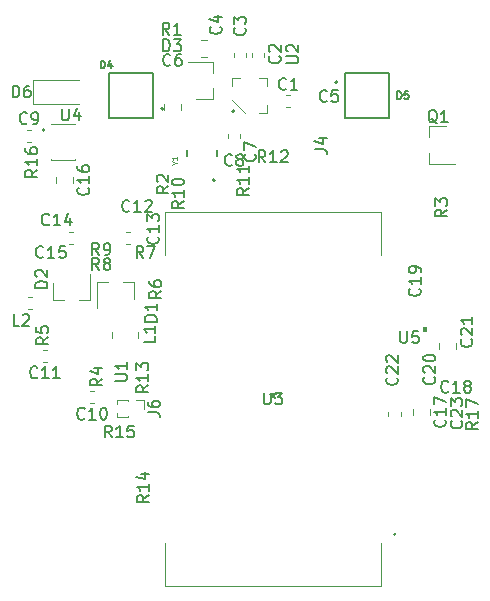
<source format=gto>
G04 #@! TF.GenerationSoftware,KiCad,Pcbnew,(5.1.5)-3*
G04 #@! TF.CreationDate,2021-09-26T22:58:58-04:00*
G04 #@! TF.ProjectId,EPC611 LIDAR,45504336-3131-4204-9c49-4441522e6b69,rev?*
G04 #@! TF.SameCoordinates,Original*
G04 #@! TF.FileFunction,Legend,Top*
G04 #@! TF.FilePolarity,Positive*
%FSLAX46Y46*%
G04 Gerber Fmt 4.6, Leading zero omitted, Abs format (unit mm)*
G04 Created by KiCad (PCBNEW (5.1.5)-3) date 2021-09-26 22:58:58*
%MOMM*%
%LPD*%
G04 APERTURE LIST*
%ADD10C,0.120000*%
%ADD11C,0.100000*%
%ADD12C,0.127000*%
%ADD13C,0.200000*%
%ADD14C,0.150000*%
%ADD15C,0.120132*%
G04 APERTURE END LIST*
D10*
X91385000Y-105905000D02*
X91385000Y-106600000D01*
X90700000Y-105905000D02*
X91385000Y-105905000D01*
X90015000Y-107208276D02*
X90015000Y-107295000D01*
X90015000Y-105905000D02*
X90015000Y-105991724D01*
X90015000Y-107295000D02*
X89140000Y-107295000D01*
X90015000Y-105905000D02*
X89140000Y-105905000D01*
X89140000Y-106994493D02*
X89140000Y-107295000D01*
X89140000Y-105905000D02*
X89140000Y-106205507D01*
D11*
G36*
X115234300Y-99659311D02*
G01*
X115234300Y-100040311D01*
X114980300Y-100040311D01*
X114980300Y-99659311D01*
X115234300Y-99659311D01*
G37*
X115234300Y-99659311D02*
X115234300Y-100040311D01*
X114980300Y-100040311D01*
X114980300Y-99659311D01*
X115234300Y-99659311D01*
D10*
X111431300Y-89975800D02*
X93168700Y-89975800D01*
X93168700Y-89975800D02*
X93168700Y-93619761D01*
X93168700Y-121624200D02*
X111431300Y-121624200D01*
X111431300Y-121624200D02*
X111431300Y-117980239D01*
X111431300Y-93619761D02*
X111431300Y-89975800D01*
X93168700Y-117980239D02*
X93168700Y-121624200D01*
X112722399Y-117230000D02*
G75*
G03X112722399Y-117230000I-101600J0D01*
G01*
X113110000Y-107262779D02*
X113110000Y-106937221D01*
X112090000Y-107262779D02*
X112090000Y-106937221D01*
X115610000Y-107158578D02*
X115610000Y-106641422D01*
X114190000Y-107158578D02*
X114190000Y-106641422D01*
X82000000Y-78800000D02*
X85850000Y-78800000D01*
X82000000Y-80800000D02*
X85850000Y-80800000D01*
X82000000Y-78800000D02*
X82000000Y-80800000D01*
D12*
X95050000Y-85250000D02*
X95050000Y-84750000D01*
X97550000Y-85250000D02*
X97550000Y-84750000D01*
D13*
X97394000Y-87275000D02*
G75*
G03X97394000Y-87275000I-100000J0D01*
G01*
D10*
X83475000Y-82500001D02*
X83475000Y-82475000D01*
X83475000Y-85525002D02*
X83475000Y-85500001D01*
X83475000Y-85525002D02*
X85575000Y-85525002D01*
X85575000Y-82500001D02*
X85575000Y-82475000D01*
X85575000Y-85525002D02*
X85575000Y-85500001D01*
X83475000Y-82475000D02*
X85575000Y-82475000D01*
X83000002Y-83000000D02*
G75*
G03X83000002Y-83000000I-125001J0D01*
G01*
D13*
X99050000Y-81450000D02*
G75*
G03X99050000Y-81450000I-100000J0D01*
G01*
D10*
X98830000Y-80450000D02*
X99950000Y-81570000D01*
X101770000Y-81570000D02*
X101095000Y-81570000D01*
X101770000Y-80895000D02*
X101770000Y-81570000D01*
X98830000Y-78630000D02*
X99505000Y-78630000D01*
X98830000Y-79305000D02*
X98830000Y-78630000D01*
X101770000Y-78630000D02*
X101095000Y-78630000D01*
X101770000Y-79305000D02*
X101770000Y-78630000D01*
X98830000Y-78630000D02*
X99505000Y-78630000D01*
X98830000Y-79305000D02*
X98830000Y-78630000D01*
X98830000Y-78630000D02*
X99505000Y-78630000D01*
X98830000Y-79305000D02*
X98830000Y-78630000D01*
X94510000Y-81358578D02*
X94510000Y-80841422D01*
X93090000Y-81358578D02*
X93090000Y-80841422D01*
X115540000Y-82720000D02*
X117000000Y-82720000D01*
X115540000Y-85880000D02*
X117700000Y-85880000D01*
X115540000Y-85880000D02*
X115540000Y-84950000D01*
X115540000Y-82720000D02*
X115540000Y-83650000D01*
X81912779Y-97140000D02*
X81587221Y-97140000D01*
X81912779Y-98160000D02*
X81587221Y-98160000D01*
X90860000Y-100661252D02*
X90860000Y-100138748D01*
X88640000Y-100661252D02*
X88640000Y-100138748D01*
D13*
X107763080Y-78968440D02*
G75*
G03X107763080Y-78968440I-100000J0D01*
G01*
D12*
X108425000Y-78225000D02*
X108425000Y-81975000D01*
X108425000Y-81975000D02*
X112175000Y-81975000D01*
X112175000Y-81975000D02*
X112175000Y-78225000D01*
X112175000Y-78225000D02*
X108425000Y-78225000D01*
D13*
X93036920Y-81231560D02*
G75*
G03X93036920Y-81231560I-100000J0D01*
G01*
D12*
X92175000Y-81975000D02*
X92175000Y-78225000D01*
X92175000Y-78225000D02*
X88425000Y-78225000D01*
X88425000Y-78225000D02*
X88425000Y-81975000D01*
X88425000Y-81975000D02*
X92175000Y-81975000D01*
D10*
X97260000Y-80430000D02*
X95800000Y-80430000D01*
X97260000Y-77270000D02*
X95100000Y-77270000D01*
X97260000Y-77270000D02*
X97260000Y-78200000D01*
X97260000Y-80430000D02*
X97260000Y-79500000D01*
X83670000Y-97410000D02*
X83670000Y-95950000D01*
X86830000Y-97410000D02*
X86830000Y-95250000D01*
X86830000Y-97410000D02*
X85900000Y-97410000D01*
X83670000Y-97410000D02*
X84600000Y-97410000D01*
X90580000Y-95890000D02*
X90580000Y-97350000D01*
X87420000Y-95890000D02*
X87420000Y-98050000D01*
X87420000Y-95890000D02*
X88350000Y-95890000D01*
X90580000Y-95890000D02*
X89650000Y-95890000D01*
X116390000Y-101041422D02*
X116390000Y-101558578D01*
X117810000Y-101041422D02*
X117810000Y-101558578D01*
X83940000Y-86991422D02*
X83940000Y-87508578D01*
X85360000Y-86991422D02*
X85360000Y-87508578D01*
X85375279Y-91640000D02*
X85049721Y-91640000D01*
X85375279Y-92660000D02*
X85049721Y-92660000D01*
X89837221Y-92660000D02*
X90162779Y-92660000D01*
X89837221Y-91640000D02*
X90162779Y-91640000D01*
X83162779Y-101640000D02*
X82837221Y-101640000D01*
X83162779Y-102660000D02*
X82837221Y-102660000D01*
X87162779Y-105140000D02*
X86837221Y-105140000D01*
X87162779Y-106160000D02*
X86837221Y-106160000D01*
X81487221Y-84010000D02*
X81812779Y-84010000D01*
X81487221Y-82990000D02*
X81812779Y-82990000D01*
X99510000Y-83662779D02*
X99510000Y-83337221D01*
X98490000Y-83662779D02*
X98490000Y-83337221D01*
X96758578Y-75390000D02*
X96241422Y-75390000D01*
X96758578Y-76810000D02*
X96241422Y-76810000D01*
X100060000Y-76862779D02*
X100060000Y-76537221D01*
X99040000Y-76862779D02*
X99040000Y-76537221D01*
X101560000Y-76862779D02*
X101560000Y-76537221D01*
X100540000Y-76862779D02*
X100540000Y-76537221D01*
X103437221Y-81110000D02*
X103762779Y-81110000D01*
X103437221Y-80090000D02*
X103762779Y-80090000D01*
D14*
X91712380Y-106933333D02*
X92426666Y-106933333D01*
X92569523Y-106980952D01*
X92664761Y-107076190D01*
X92712380Y-107219047D01*
X92712380Y-107314285D01*
X91712380Y-106028571D02*
X91712380Y-106219047D01*
X91760000Y-106314285D01*
X91807619Y-106361904D01*
X91950476Y-106457142D01*
X92140952Y-106504761D01*
X92521904Y-106504761D01*
X92617142Y-106457142D01*
X92664761Y-106409523D01*
X92712380Y-106314285D01*
X92712380Y-106123809D01*
X92664761Y-106028571D01*
X92617142Y-105980952D01*
X92521904Y-105933333D01*
X92283809Y-105933333D01*
X92188571Y-105980952D01*
X92140952Y-106028571D01*
X92093333Y-106123809D01*
X92093333Y-106314285D01*
X92140952Y-106409523D01*
X92188571Y-106457142D01*
X92283809Y-106504761D01*
X113088095Y-100052380D02*
X113088095Y-100861904D01*
X113135714Y-100957142D01*
X113183333Y-101004761D01*
X113278571Y-101052380D01*
X113469047Y-101052380D01*
X113564285Y-101004761D01*
X113611904Y-100957142D01*
X113659523Y-100861904D01*
X113659523Y-100052380D01*
X114611904Y-100052380D02*
X114135714Y-100052380D01*
X114088095Y-100528571D01*
X114135714Y-100480952D01*
X114230952Y-100433333D01*
X114469047Y-100433333D01*
X114564285Y-100480952D01*
X114611904Y-100528571D01*
X114659523Y-100623809D01*
X114659523Y-100861904D01*
X114611904Y-100957142D01*
X114564285Y-101004761D01*
X114469047Y-101052380D01*
X114230952Y-101052380D01*
X114135714Y-101004761D01*
X114088095Y-100957142D01*
X101538095Y-105252380D02*
X101538095Y-106061904D01*
X101585714Y-106157142D01*
X101633333Y-106204761D01*
X101728571Y-106252380D01*
X101919047Y-106252380D01*
X102014285Y-106204761D01*
X102061904Y-106157142D01*
X102109523Y-106061904D01*
X102109523Y-105252380D01*
X102490476Y-105252380D02*
X103109523Y-105252380D01*
X102776190Y-105633333D01*
X102919047Y-105633333D01*
X103014285Y-105680952D01*
X103061904Y-105728571D01*
X103109523Y-105823809D01*
X103109523Y-106061904D01*
X103061904Y-106157142D01*
X103014285Y-106204761D01*
X102919047Y-106252380D01*
X102633333Y-106252380D01*
X102538095Y-106204761D01*
X102490476Y-106157142D01*
X102300000Y-105252380D02*
X102300000Y-105490476D01*
X102061904Y-105395238D02*
X102300000Y-105490476D01*
X102538095Y-105395238D01*
X102157142Y-105680952D02*
X102300000Y-105490476D01*
X102442857Y-105680952D01*
X119652380Y-107742857D02*
X119176190Y-108076190D01*
X119652380Y-108314285D02*
X118652380Y-108314285D01*
X118652380Y-107933333D01*
X118700000Y-107838095D01*
X118747619Y-107790476D01*
X118842857Y-107742857D01*
X118985714Y-107742857D01*
X119080952Y-107790476D01*
X119128571Y-107838095D01*
X119176190Y-107933333D01*
X119176190Y-108314285D01*
X119652380Y-106790476D02*
X119652380Y-107361904D01*
X119652380Y-107076190D02*
X118652380Y-107076190D01*
X118795238Y-107171428D01*
X118890476Y-107266666D01*
X118938095Y-107361904D01*
X118652380Y-106457142D02*
X118652380Y-105790476D01*
X119652380Y-106219047D01*
X91782380Y-113942857D02*
X91306190Y-114276190D01*
X91782380Y-114514285D02*
X90782380Y-114514285D01*
X90782380Y-114133333D01*
X90830000Y-114038095D01*
X90877619Y-113990476D01*
X90972857Y-113942857D01*
X91115714Y-113942857D01*
X91210952Y-113990476D01*
X91258571Y-114038095D01*
X91306190Y-114133333D01*
X91306190Y-114514285D01*
X91782380Y-112990476D02*
X91782380Y-113561904D01*
X91782380Y-113276190D02*
X90782380Y-113276190D01*
X90925238Y-113371428D01*
X91020476Y-113466666D01*
X91068095Y-113561904D01*
X91115714Y-112133333D02*
X91782380Y-112133333D01*
X90734761Y-112371428D02*
X91449047Y-112609523D01*
X91449047Y-111990476D01*
X91752380Y-104642857D02*
X91276190Y-104976190D01*
X91752380Y-105214285D02*
X90752380Y-105214285D01*
X90752380Y-104833333D01*
X90800000Y-104738095D01*
X90847619Y-104690476D01*
X90942857Y-104642857D01*
X91085714Y-104642857D01*
X91180952Y-104690476D01*
X91228571Y-104738095D01*
X91276190Y-104833333D01*
X91276190Y-105214285D01*
X91752380Y-103690476D02*
X91752380Y-104261904D01*
X91752380Y-103976190D02*
X90752380Y-103976190D01*
X90895238Y-104071428D01*
X90990476Y-104166666D01*
X91038095Y-104261904D01*
X90752380Y-103357142D02*
X90752380Y-102738095D01*
X91133333Y-103071428D01*
X91133333Y-102928571D01*
X91180952Y-102833333D01*
X91228571Y-102785714D01*
X91323809Y-102738095D01*
X91561904Y-102738095D01*
X91657142Y-102785714D01*
X91704761Y-102833333D01*
X91752380Y-102928571D01*
X91752380Y-103214285D01*
X91704761Y-103309523D01*
X91657142Y-103357142D01*
X118257142Y-107642857D02*
X118304761Y-107690476D01*
X118352380Y-107833333D01*
X118352380Y-107928571D01*
X118304761Y-108071428D01*
X118209523Y-108166666D01*
X118114285Y-108214285D01*
X117923809Y-108261904D01*
X117780952Y-108261904D01*
X117590476Y-108214285D01*
X117495238Y-108166666D01*
X117400000Y-108071428D01*
X117352380Y-107928571D01*
X117352380Y-107833333D01*
X117400000Y-107690476D01*
X117447619Y-107642857D01*
X117447619Y-107261904D02*
X117400000Y-107214285D01*
X117352380Y-107119047D01*
X117352380Y-106880952D01*
X117400000Y-106785714D01*
X117447619Y-106738095D01*
X117542857Y-106690476D01*
X117638095Y-106690476D01*
X117780952Y-106738095D01*
X118352380Y-107309523D01*
X118352380Y-106690476D01*
X117352380Y-106357142D02*
X117352380Y-105738095D01*
X117733333Y-106071428D01*
X117733333Y-105928571D01*
X117780952Y-105833333D01*
X117828571Y-105785714D01*
X117923809Y-105738095D01*
X118161904Y-105738095D01*
X118257142Y-105785714D01*
X118304761Y-105833333D01*
X118352380Y-105928571D01*
X118352380Y-106214285D01*
X118304761Y-106309523D01*
X118257142Y-106357142D01*
X117157142Y-105157142D02*
X117109523Y-105204761D01*
X116966666Y-105252380D01*
X116871428Y-105252380D01*
X116728571Y-105204761D01*
X116633333Y-105109523D01*
X116585714Y-105014285D01*
X116538095Y-104823809D01*
X116538095Y-104680952D01*
X116585714Y-104490476D01*
X116633333Y-104395238D01*
X116728571Y-104300000D01*
X116871428Y-104252380D01*
X116966666Y-104252380D01*
X117109523Y-104300000D01*
X117157142Y-104347619D01*
X118109523Y-105252380D02*
X117538095Y-105252380D01*
X117823809Y-105252380D02*
X117823809Y-104252380D01*
X117728571Y-104395238D01*
X117633333Y-104490476D01*
X117538095Y-104538095D01*
X118680952Y-104680952D02*
X118585714Y-104633333D01*
X118538095Y-104585714D01*
X118490476Y-104490476D01*
X118490476Y-104442857D01*
X118538095Y-104347619D01*
X118585714Y-104300000D01*
X118680952Y-104252380D01*
X118871428Y-104252380D01*
X118966666Y-104300000D01*
X119014285Y-104347619D01*
X119061904Y-104442857D01*
X119061904Y-104490476D01*
X119014285Y-104585714D01*
X118966666Y-104633333D01*
X118871428Y-104680952D01*
X118680952Y-104680952D01*
X118585714Y-104728571D01*
X118538095Y-104776190D01*
X118490476Y-104871428D01*
X118490476Y-105061904D01*
X118538095Y-105157142D01*
X118585714Y-105204761D01*
X118680952Y-105252380D01*
X118871428Y-105252380D01*
X118966666Y-105204761D01*
X119014285Y-105157142D01*
X119061904Y-105061904D01*
X119061904Y-104871428D01*
X119014285Y-104776190D01*
X118966666Y-104728571D01*
X118871428Y-104680952D01*
X116857142Y-107542857D02*
X116904761Y-107590476D01*
X116952380Y-107733333D01*
X116952380Y-107828571D01*
X116904761Y-107971428D01*
X116809523Y-108066666D01*
X116714285Y-108114285D01*
X116523809Y-108161904D01*
X116380952Y-108161904D01*
X116190476Y-108114285D01*
X116095238Y-108066666D01*
X116000000Y-107971428D01*
X115952380Y-107828571D01*
X115952380Y-107733333D01*
X116000000Y-107590476D01*
X116047619Y-107542857D01*
X116952380Y-106590476D02*
X116952380Y-107161904D01*
X116952380Y-106876190D02*
X115952380Y-106876190D01*
X116095238Y-106971428D01*
X116190476Y-107066666D01*
X116238095Y-107161904D01*
X115952380Y-106257142D02*
X115952380Y-105590476D01*
X116952380Y-106019047D01*
X80261904Y-80252380D02*
X80261904Y-79252380D01*
X80500000Y-79252380D01*
X80642857Y-79300000D01*
X80738095Y-79395238D01*
X80785714Y-79490476D01*
X80833333Y-79680952D01*
X80833333Y-79823809D01*
X80785714Y-80014285D01*
X80738095Y-80109523D01*
X80642857Y-80204761D01*
X80500000Y-80252380D01*
X80261904Y-80252380D01*
X81690476Y-79252380D02*
X81500000Y-79252380D01*
X81404761Y-79300000D01*
X81357142Y-79347619D01*
X81261904Y-79490476D01*
X81214285Y-79680952D01*
X81214285Y-80061904D01*
X81261904Y-80157142D01*
X81309523Y-80204761D01*
X81404761Y-80252380D01*
X81595238Y-80252380D01*
X81690476Y-80204761D01*
X81738095Y-80157142D01*
X81785714Y-80061904D01*
X81785714Y-79823809D01*
X81738095Y-79728571D01*
X81690476Y-79680952D01*
X81595238Y-79633333D01*
X81404761Y-79633333D01*
X81309523Y-79680952D01*
X81261904Y-79728571D01*
X81214285Y-79823809D01*
X82352380Y-86392857D02*
X81876190Y-86726190D01*
X82352380Y-86964285D02*
X81352380Y-86964285D01*
X81352380Y-86583333D01*
X81400000Y-86488095D01*
X81447619Y-86440476D01*
X81542857Y-86392857D01*
X81685714Y-86392857D01*
X81780952Y-86440476D01*
X81828571Y-86488095D01*
X81876190Y-86583333D01*
X81876190Y-86964285D01*
X82352380Y-85440476D02*
X82352380Y-86011904D01*
X82352380Y-85726190D02*
X81352380Y-85726190D01*
X81495238Y-85821428D01*
X81590476Y-85916666D01*
X81638095Y-86011904D01*
X81352380Y-84583333D02*
X81352380Y-84773809D01*
X81400000Y-84869047D01*
X81447619Y-84916666D01*
X81590476Y-85011904D01*
X81780952Y-85059523D01*
X82161904Y-85059523D01*
X82257142Y-85011904D01*
X82304761Y-84964285D01*
X82352380Y-84869047D01*
X82352380Y-84678571D01*
X82304761Y-84583333D01*
X82257142Y-84535714D01*
X82161904Y-84488095D01*
X81923809Y-84488095D01*
X81828571Y-84535714D01*
X81780952Y-84583333D01*
X81733333Y-84678571D01*
X81733333Y-84869047D01*
X81780952Y-84964285D01*
X81828571Y-85011904D01*
X81923809Y-85059523D01*
D15*
X93987233Y-85838490D02*
X94216056Y-85838490D01*
X93735529Y-85998666D02*
X93987233Y-85838490D01*
X93735529Y-85678314D01*
X94216056Y-85266434D02*
X94216056Y-85541021D01*
X94216056Y-85403727D02*
X93735529Y-85403727D01*
X93804175Y-85449492D01*
X93849940Y-85495256D01*
X93872822Y-85541021D01*
D14*
X84438095Y-81202380D02*
X84438095Y-82011904D01*
X84485714Y-82107142D01*
X84533333Y-82154761D01*
X84628571Y-82202380D01*
X84819047Y-82202380D01*
X84914285Y-82154761D01*
X84961904Y-82107142D01*
X85009523Y-82011904D01*
X85009523Y-81202380D01*
X85914285Y-81535714D02*
X85914285Y-82202380D01*
X85676190Y-81154761D02*
X85438095Y-81869047D01*
X86057142Y-81869047D01*
X103452380Y-77361904D02*
X104261904Y-77361904D01*
X104357142Y-77314285D01*
X104404761Y-77266666D01*
X104452380Y-77171428D01*
X104452380Y-76980952D01*
X104404761Y-76885714D01*
X104357142Y-76838095D01*
X104261904Y-76790476D01*
X103452380Y-76790476D01*
X103547619Y-76361904D02*
X103500000Y-76314285D01*
X103452380Y-76219047D01*
X103452380Y-75980952D01*
X103500000Y-75885714D01*
X103547619Y-75838095D01*
X103642857Y-75790476D01*
X103738095Y-75790476D01*
X103880952Y-75838095D01*
X104452380Y-76409523D01*
X104452380Y-75790476D01*
X88952380Y-104261904D02*
X89761904Y-104261904D01*
X89857142Y-104214285D01*
X89904761Y-104166666D01*
X89952380Y-104071428D01*
X89952380Y-103880952D01*
X89904761Y-103785714D01*
X89857142Y-103738095D01*
X89761904Y-103690476D01*
X88952380Y-103690476D01*
X89952380Y-102690476D02*
X89952380Y-103261904D01*
X89952380Y-102976190D02*
X88952380Y-102976190D01*
X89095238Y-103071428D01*
X89190476Y-103166666D01*
X89238095Y-103261904D01*
X88657142Y-109052380D02*
X88323809Y-108576190D01*
X88085714Y-109052380D02*
X88085714Y-108052380D01*
X88466666Y-108052380D01*
X88561904Y-108100000D01*
X88609523Y-108147619D01*
X88657142Y-108242857D01*
X88657142Y-108385714D01*
X88609523Y-108480952D01*
X88561904Y-108528571D01*
X88466666Y-108576190D01*
X88085714Y-108576190D01*
X89609523Y-109052380D02*
X89038095Y-109052380D01*
X89323809Y-109052380D02*
X89323809Y-108052380D01*
X89228571Y-108195238D01*
X89133333Y-108290476D01*
X89038095Y-108338095D01*
X90514285Y-108052380D02*
X90038095Y-108052380D01*
X89990476Y-108528571D01*
X90038095Y-108480952D01*
X90133333Y-108433333D01*
X90371428Y-108433333D01*
X90466666Y-108480952D01*
X90514285Y-108528571D01*
X90561904Y-108623809D01*
X90561904Y-108861904D01*
X90514285Y-108957142D01*
X90466666Y-109004761D01*
X90371428Y-109052380D01*
X90133333Y-109052380D01*
X90038095Y-109004761D01*
X89990476Y-108957142D01*
X101657142Y-85752380D02*
X101323809Y-85276190D01*
X101085714Y-85752380D02*
X101085714Y-84752380D01*
X101466666Y-84752380D01*
X101561904Y-84800000D01*
X101609523Y-84847619D01*
X101657142Y-84942857D01*
X101657142Y-85085714D01*
X101609523Y-85180952D01*
X101561904Y-85228571D01*
X101466666Y-85276190D01*
X101085714Y-85276190D01*
X102609523Y-85752380D02*
X102038095Y-85752380D01*
X102323809Y-85752380D02*
X102323809Y-84752380D01*
X102228571Y-84895238D01*
X102133333Y-84990476D01*
X102038095Y-85038095D01*
X102990476Y-84847619D02*
X103038095Y-84800000D01*
X103133333Y-84752380D01*
X103371428Y-84752380D01*
X103466666Y-84800000D01*
X103514285Y-84847619D01*
X103561904Y-84942857D01*
X103561904Y-85038095D01*
X103514285Y-85180952D01*
X102942857Y-85752380D01*
X103561904Y-85752380D01*
X100252380Y-87942857D02*
X99776190Y-88276190D01*
X100252380Y-88514285D02*
X99252380Y-88514285D01*
X99252380Y-88133333D01*
X99300000Y-88038095D01*
X99347619Y-87990476D01*
X99442857Y-87942857D01*
X99585714Y-87942857D01*
X99680952Y-87990476D01*
X99728571Y-88038095D01*
X99776190Y-88133333D01*
X99776190Y-88514285D01*
X100252380Y-86990476D02*
X100252380Y-87561904D01*
X100252380Y-87276190D02*
X99252380Y-87276190D01*
X99395238Y-87371428D01*
X99490476Y-87466666D01*
X99538095Y-87561904D01*
X100252380Y-86038095D02*
X100252380Y-86609523D01*
X100252380Y-86323809D02*
X99252380Y-86323809D01*
X99395238Y-86419047D01*
X99490476Y-86514285D01*
X99538095Y-86609523D01*
X94752380Y-89042857D02*
X94276190Y-89376190D01*
X94752380Y-89614285D02*
X93752380Y-89614285D01*
X93752380Y-89233333D01*
X93800000Y-89138095D01*
X93847619Y-89090476D01*
X93942857Y-89042857D01*
X94085714Y-89042857D01*
X94180952Y-89090476D01*
X94228571Y-89138095D01*
X94276190Y-89233333D01*
X94276190Y-89614285D01*
X94752380Y-88090476D02*
X94752380Y-88661904D01*
X94752380Y-88376190D02*
X93752380Y-88376190D01*
X93895238Y-88471428D01*
X93990476Y-88566666D01*
X94038095Y-88661904D01*
X93752380Y-87471428D02*
X93752380Y-87376190D01*
X93800000Y-87280952D01*
X93847619Y-87233333D01*
X93942857Y-87185714D01*
X94133333Y-87138095D01*
X94371428Y-87138095D01*
X94561904Y-87185714D01*
X94657142Y-87233333D01*
X94704761Y-87280952D01*
X94752380Y-87376190D01*
X94752380Y-87471428D01*
X94704761Y-87566666D01*
X94657142Y-87614285D01*
X94561904Y-87661904D01*
X94371428Y-87709523D01*
X94133333Y-87709523D01*
X93942857Y-87661904D01*
X93847619Y-87614285D01*
X93800000Y-87566666D01*
X93752380Y-87471428D01*
X87583333Y-93602380D02*
X87250000Y-93126190D01*
X87011904Y-93602380D02*
X87011904Y-92602380D01*
X87392857Y-92602380D01*
X87488095Y-92650000D01*
X87535714Y-92697619D01*
X87583333Y-92792857D01*
X87583333Y-92935714D01*
X87535714Y-93030952D01*
X87488095Y-93078571D01*
X87392857Y-93126190D01*
X87011904Y-93126190D01*
X88059523Y-93602380D02*
X88250000Y-93602380D01*
X88345238Y-93554761D01*
X88392857Y-93507142D01*
X88488095Y-93364285D01*
X88535714Y-93173809D01*
X88535714Y-92792857D01*
X88488095Y-92697619D01*
X88440476Y-92650000D01*
X88345238Y-92602380D01*
X88154761Y-92602380D01*
X88059523Y-92650000D01*
X88011904Y-92697619D01*
X87964285Y-92792857D01*
X87964285Y-93030952D01*
X88011904Y-93126190D01*
X88059523Y-93173809D01*
X88154761Y-93221428D01*
X88345238Y-93221428D01*
X88440476Y-93173809D01*
X88488095Y-93126190D01*
X88535714Y-93030952D01*
X87583333Y-94852380D02*
X87250000Y-94376190D01*
X87011904Y-94852380D02*
X87011904Y-93852380D01*
X87392857Y-93852380D01*
X87488095Y-93900000D01*
X87535714Y-93947619D01*
X87583333Y-94042857D01*
X87583333Y-94185714D01*
X87535714Y-94280952D01*
X87488095Y-94328571D01*
X87392857Y-94376190D01*
X87011904Y-94376190D01*
X88154761Y-94280952D02*
X88059523Y-94233333D01*
X88011904Y-94185714D01*
X87964285Y-94090476D01*
X87964285Y-94042857D01*
X88011904Y-93947619D01*
X88059523Y-93900000D01*
X88154761Y-93852380D01*
X88345238Y-93852380D01*
X88440476Y-93900000D01*
X88488095Y-93947619D01*
X88535714Y-94042857D01*
X88535714Y-94090476D01*
X88488095Y-94185714D01*
X88440476Y-94233333D01*
X88345238Y-94280952D01*
X88154761Y-94280952D01*
X88059523Y-94328571D01*
X88011904Y-94376190D01*
X87964285Y-94471428D01*
X87964285Y-94661904D01*
X88011904Y-94757142D01*
X88059523Y-94804761D01*
X88154761Y-94852380D01*
X88345238Y-94852380D01*
X88440476Y-94804761D01*
X88488095Y-94757142D01*
X88535714Y-94661904D01*
X88535714Y-94471428D01*
X88488095Y-94376190D01*
X88440476Y-94328571D01*
X88345238Y-94280952D01*
X91333333Y-93852380D02*
X91000000Y-93376190D01*
X90761904Y-93852380D02*
X90761904Y-92852380D01*
X91142857Y-92852380D01*
X91238095Y-92900000D01*
X91285714Y-92947619D01*
X91333333Y-93042857D01*
X91333333Y-93185714D01*
X91285714Y-93280952D01*
X91238095Y-93328571D01*
X91142857Y-93376190D01*
X90761904Y-93376190D01*
X91666666Y-92852380D02*
X92333333Y-92852380D01*
X91904761Y-93852380D01*
X92852380Y-96666666D02*
X92376190Y-97000000D01*
X92852380Y-97238095D02*
X91852380Y-97238095D01*
X91852380Y-96857142D01*
X91900000Y-96761904D01*
X91947619Y-96714285D01*
X92042857Y-96666666D01*
X92185714Y-96666666D01*
X92280952Y-96714285D01*
X92328571Y-96761904D01*
X92376190Y-96857142D01*
X92376190Y-97238095D01*
X91852380Y-95809523D02*
X91852380Y-96000000D01*
X91900000Y-96095238D01*
X91947619Y-96142857D01*
X92090476Y-96238095D01*
X92280952Y-96285714D01*
X92661904Y-96285714D01*
X92757142Y-96238095D01*
X92804761Y-96190476D01*
X92852380Y-96095238D01*
X92852380Y-95904761D01*
X92804761Y-95809523D01*
X92757142Y-95761904D01*
X92661904Y-95714285D01*
X92423809Y-95714285D01*
X92328571Y-95761904D01*
X92280952Y-95809523D01*
X92233333Y-95904761D01*
X92233333Y-96095238D01*
X92280952Y-96190476D01*
X92328571Y-96238095D01*
X92423809Y-96285714D01*
X83282380Y-100566666D02*
X82806190Y-100900000D01*
X83282380Y-101138095D02*
X82282380Y-101138095D01*
X82282380Y-100757142D01*
X82330000Y-100661904D01*
X82377619Y-100614285D01*
X82472857Y-100566666D01*
X82615714Y-100566666D01*
X82710952Y-100614285D01*
X82758571Y-100661904D01*
X82806190Y-100757142D01*
X82806190Y-101138095D01*
X82282380Y-99661904D02*
X82282380Y-100138095D01*
X82758571Y-100185714D01*
X82710952Y-100138095D01*
X82663333Y-100042857D01*
X82663333Y-99804761D01*
X82710952Y-99709523D01*
X82758571Y-99661904D01*
X82853809Y-99614285D01*
X83091904Y-99614285D01*
X83187142Y-99661904D01*
X83234761Y-99709523D01*
X83282380Y-99804761D01*
X83282380Y-100042857D01*
X83234761Y-100138095D01*
X83187142Y-100185714D01*
X87852380Y-104066666D02*
X87376190Y-104400000D01*
X87852380Y-104638095D02*
X86852380Y-104638095D01*
X86852380Y-104257142D01*
X86900000Y-104161904D01*
X86947619Y-104114285D01*
X87042857Y-104066666D01*
X87185714Y-104066666D01*
X87280952Y-104114285D01*
X87328571Y-104161904D01*
X87376190Y-104257142D01*
X87376190Y-104638095D01*
X87185714Y-103209523D02*
X87852380Y-103209523D01*
X86804761Y-103447619D02*
X87519047Y-103685714D01*
X87519047Y-103066666D01*
X117052380Y-89766666D02*
X116576190Y-90100000D01*
X117052380Y-90338095D02*
X116052380Y-90338095D01*
X116052380Y-89957142D01*
X116100000Y-89861904D01*
X116147619Y-89814285D01*
X116242857Y-89766666D01*
X116385714Y-89766666D01*
X116480952Y-89814285D01*
X116528571Y-89861904D01*
X116576190Y-89957142D01*
X116576190Y-90338095D01*
X116052380Y-89433333D02*
X116052380Y-88814285D01*
X116433333Y-89147619D01*
X116433333Y-89004761D01*
X116480952Y-88909523D01*
X116528571Y-88861904D01*
X116623809Y-88814285D01*
X116861904Y-88814285D01*
X116957142Y-88861904D01*
X117004761Y-88909523D01*
X117052380Y-89004761D01*
X117052380Y-89290476D01*
X117004761Y-89385714D01*
X116957142Y-89433333D01*
X93452380Y-87766666D02*
X92976190Y-88100000D01*
X93452380Y-88338095D02*
X92452380Y-88338095D01*
X92452380Y-87957142D01*
X92500000Y-87861904D01*
X92547619Y-87814285D01*
X92642857Y-87766666D01*
X92785714Y-87766666D01*
X92880952Y-87814285D01*
X92928571Y-87861904D01*
X92976190Y-87957142D01*
X92976190Y-88338095D01*
X92547619Y-87385714D02*
X92500000Y-87338095D01*
X92452380Y-87242857D01*
X92452380Y-87004761D01*
X92500000Y-86909523D01*
X92547619Y-86861904D01*
X92642857Y-86814285D01*
X92738095Y-86814285D01*
X92880952Y-86861904D01*
X93452380Y-87433333D01*
X93452380Y-86814285D01*
X93533333Y-74952380D02*
X93200000Y-74476190D01*
X92961904Y-74952380D02*
X92961904Y-73952380D01*
X93342857Y-73952380D01*
X93438095Y-74000000D01*
X93485714Y-74047619D01*
X93533333Y-74142857D01*
X93533333Y-74285714D01*
X93485714Y-74380952D01*
X93438095Y-74428571D01*
X93342857Y-74476190D01*
X92961904Y-74476190D01*
X94485714Y-74952380D02*
X93914285Y-74952380D01*
X94200000Y-74952380D02*
X94200000Y-73952380D01*
X94104761Y-74095238D01*
X94009523Y-74190476D01*
X93914285Y-74238095D01*
X116204761Y-82447619D02*
X116109523Y-82400000D01*
X116014285Y-82304761D01*
X115871428Y-82161904D01*
X115776190Y-82114285D01*
X115680952Y-82114285D01*
X115728571Y-82352380D02*
X115633333Y-82304761D01*
X115538095Y-82209523D01*
X115490476Y-82019047D01*
X115490476Y-81685714D01*
X115538095Y-81495238D01*
X115633333Y-81400000D01*
X115728571Y-81352380D01*
X115919047Y-81352380D01*
X116014285Y-81400000D01*
X116109523Y-81495238D01*
X116157142Y-81685714D01*
X116157142Y-82019047D01*
X116109523Y-82209523D01*
X116014285Y-82304761D01*
X115919047Y-82352380D01*
X115728571Y-82352380D01*
X117109523Y-82352380D02*
X116538095Y-82352380D01*
X116823809Y-82352380D02*
X116823809Y-81352380D01*
X116728571Y-81495238D01*
X116633333Y-81590476D01*
X116538095Y-81638095D01*
X80833333Y-99602380D02*
X80357142Y-99602380D01*
X80357142Y-98602380D01*
X81119047Y-98697619D02*
X81166666Y-98650000D01*
X81261904Y-98602380D01*
X81500000Y-98602380D01*
X81595238Y-98650000D01*
X81642857Y-98697619D01*
X81690476Y-98792857D01*
X81690476Y-98888095D01*
X81642857Y-99030952D01*
X81071428Y-99602380D01*
X81690476Y-99602380D01*
X92352380Y-100466666D02*
X92352380Y-100942857D01*
X91352380Y-100942857D01*
X92352380Y-99609523D02*
X92352380Y-100180952D01*
X92352380Y-99895238D02*
X91352380Y-99895238D01*
X91495238Y-99990476D01*
X91590476Y-100085714D01*
X91638095Y-100180952D01*
X105852380Y-84633333D02*
X106566666Y-84633333D01*
X106709523Y-84680952D01*
X106804761Y-84776190D01*
X106852380Y-84919047D01*
X106852380Y-85014285D01*
X106185714Y-83728571D02*
X106852380Y-83728571D01*
X105804761Y-83966666D02*
X106519047Y-84204761D01*
X106519047Y-83585714D01*
X112835058Y-80384964D02*
X112835058Y-79755043D01*
X112985039Y-79755043D01*
X113075028Y-79785039D01*
X113135020Y-79845031D01*
X113165016Y-79905024D01*
X113195013Y-80025009D01*
X113195013Y-80114998D01*
X113165016Y-80234983D01*
X113135020Y-80294975D01*
X113075028Y-80354968D01*
X112985039Y-80384964D01*
X112835058Y-80384964D01*
X113764941Y-79755043D02*
X113464979Y-79755043D01*
X113434983Y-80055005D01*
X113464979Y-80025009D01*
X113524971Y-79995013D01*
X113674952Y-79995013D01*
X113734945Y-80025009D01*
X113764941Y-80055005D01*
X113794937Y-80114998D01*
X113794937Y-80264979D01*
X113764941Y-80324971D01*
X113734945Y-80354968D01*
X113674952Y-80384964D01*
X113524971Y-80384964D01*
X113464979Y-80354968D01*
X113434983Y-80324971D01*
X87735058Y-77784964D02*
X87735058Y-77155043D01*
X87885039Y-77155043D01*
X87975028Y-77185039D01*
X88035020Y-77245031D01*
X88065016Y-77305024D01*
X88095013Y-77425009D01*
X88095013Y-77514998D01*
X88065016Y-77634983D01*
X88035020Y-77694975D01*
X87975028Y-77754968D01*
X87885039Y-77784964D01*
X87735058Y-77784964D01*
X88634945Y-77365016D02*
X88634945Y-77784964D01*
X88484964Y-77125047D02*
X88334983Y-77574990D01*
X88724934Y-77574990D01*
X93011904Y-76352380D02*
X93011904Y-75352380D01*
X93250000Y-75352380D01*
X93392857Y-75400000D01*
X93488095Y-75495238D01*
X93535714Y-75590476D01*
X93583333Y-75780952D01*
X93583333Y-75923809D01*
X93535714Y-76114285D01*
X93488095Y-76209523D01*
X93392857Y-76304761D01*
X93250000Y-76352380D01*
X93011904Y-76352380D01*
X93916666Y-75352380D02*
X94535714Y-75352380D01*
X94202380Y-75733333D01*
X94345238Y-75733333D01*
X94440476Y-75780952D01*
X94488095Y-75828571D01*
X94535714Y-75923809D01*
X94535714Y-76161904D01*
X94488095Y-76257142D01*
X94440476Y-76304761D01*
X94345238Y-76352380D01*
X94059523Y-76352380D01*
X93964285Y-76304761D01*
X93916666Y-76257142D01*
X83202380Y-96388095D02*
X82202380Y-96388095D01*
X82202380Y-96150000D01*
X82250000Y-96007142D01*
X82345238Y-95911904D01*
X82440476Y-95864285D01*
X82630952Y-95816666D01*
X82773809Y-95816666D01*
X82964285Y-95864285D01*
X83059523Y-95911904D01*
X83154761Y-96007142D01*
X83202380Y-96150000D01*
X83202380Y-96388095D01*
X82297619Y-95435714D02*
X82250000Y-95388095D01*
X82202380Y-95292857D01*
X82202380Y-95054761D01*
X82250000Y-94959523D01*
X82297619Y-94911904D01*
X82392857Y-94864285D01*
X82488095Y-94864285D01*
X82630952Y-94911904D01*
X83202380Y-95483333D01*
X83202380Y-94864285D01*
X92452380Y-99238095D02*
X91452380Y-99238095D01*
X91452380Y-99000000D01*
X91500000Y-98857142D01*
X91595238Y-98761904D01*
X91690476Y-98714285D01*
X91880952Y-98666666D01*
X92023809Y-98666666D01*
X92214285Y-98714285D01*
X92309523Y-98761904D01*
X92404761Y-98857142D01*
X92452380Y-99000000D01*
X92452380Y-99238095D01*
X92452380Y-97714285D02*
X92452380Y-98285714D01*
X92452380Y-98000000D02*
X91452380Y-98000000D01*
X91595238Y-98095238D01*
X91690476Y-98190476D01*
X91738095Y-98285714D01*
X112787142Y-103992857D02*
X112834761Y-104040476D01*
X112882380Y-104183333D01*
X112882380Y-104278571D01*
X112834761Y-104421428D01*
X112739523Y-104516666D01*
X112644285Y-104564285D01*
X112453809Y-104611904D01*
X112310952Y-104611904D01*
X112120476Y-104564285D01*
X112025238Y-104516666D01*
X111930000Y-104421428D01*
X111882380Y-104278571D01*
X111882380Y-104183333D01*
X111930000Y-104040476D01*
X111977619Y-103992857D01*
X111977619Y-103611904D02*
X111930000Y-103564285D01*
X111882380Y-103469047D01*
X111882380Y-103230952D01*
X111930000Y-103135714D01*
X111977619Y-103088095D01*
X112072857Y-103040476D01*
X112168095Y-103040476D01*
X112310952Y-103088095D01*
X112882380Y-103659523D01*
X112882380Y-103040476D01*
X111977619Y-102659523D02*
X111930000Y-102611904D01*
X111882380Y-102516666D01*
X111882380Y-102278571D01*
X111930000Y-102183333D01*
X111977619Y-102135714D01*
X112072857Y-102088095D01*
X112168095Y-102088095D01*
X112310952Y-102135714D01*
X112882380Y-102707142D01*
X112882380Y-102088095D01*
X119107142Y-100742857D02*
X119154761Y-100790476D01*
X119202380Y-100933333D01*
X119202380Y-101028571D01*
X119154761Y-101171428D01*
X119059523Y-101266666D01*
X118964285Y-101314285D01*
X118773809Y-101361904D01*
X118630952Y-101361904D01*
X118440476Y-101314285D01*
X118345238Y-101266666D01*
X118250000Y-101171428D01*
X118202380Y-101028571D01*
X118202380Y-100933333D01*
X118250000Y-100790476D01*
X118297619Y-100742857D01*
X118297619Y-100361904D02*
X118250000Y-100314285D01*
X118202380Y-100219047D01*
X118202380Y-99980952D01*
X118250000Y-99885714D01*
X118297619Y-99838095D01*
X118392857Y-99790476D01*
X118488095Y-99790476D01*
X118630952Y-99838095D01*
X119202380Y-100409523D01*
X119202380Y-99790476D01*
X119202380Y-98838095D02*
X119202380Y-99409523D01*
X119202380Y-99123809D02*
X118202380Y-99123809D01*
X118345238Y-99219047D01*
X118440476Y-99314285D01*
X118488095Y-99409523D01*
X115957142Y-103942857D02*
X116004761Y-103990476D01*
X116052380Y-104133333D01*
X116052380Y-104228571D01*
X116004761Y-104371428D01*
X115909523Y-104466666D01*
X115814285Y-104514285D01*
X115623809Y-104561904D01*
X115480952Y-104561904D01*
X115290476Y-104514285D01*
X115195238Y-104466666D01*
X115100000Y-104371428D01*
X115052380Y-104228571D01*
X115052380Y-104133333D01*
X115100000Y-103990476D01*
X115147619Y-103942857D01*
X115147619Y-103561904D02*
X115100000Y-103514285D01*
X115052380Y-103419047D01*
X115052380Y-103180952D01*
X115100000Y-103085714D01*
X115147619Y-103038095D01*
X115242857Y-102990476D01*
X115338095Y-102990476D01*
X115480952Y-103038095D01*
X116052380Y-103609523D01*
X116052380Y-102990476D01*
X115052380Y-102371428D02*
X115052380Y-102276190D01*
X115100000Y-102180952D01*
X115147619Y-102133333D01*
X115242857Y-102085714D01*
X115433333Y-102038095D01*
X115671428Y-102038095D01*
X115861904Y-102085714D01*
X115957142Y-102133333D01*
X116004761Y-102180952D01*
X116052380Y-102276190D01*
X116052380Y-102371428D01*
X116004761Y-102466666D01*
X115957142Y-102514285D01*
X115861904Y-102561904D01*
X115671428Y-102609523D01*
X115433333Y-102609523D01*
X115242857Y-102561904D01*
X115147619Y-102514285D01*
X115100000Y-102466666D01*
X115052380Y-102371428D01*
X114707142Y-96442857D02*
X114754761Y-96490476D01*
X114802380Y-96633333D01*
X114802380Y-96728571D01*
X114754761Y-96871428D01*
X114659523Y-96966666D01*
X114564285Y-97014285D01*
X114373809Y-97061904D01*
X114230952Y-97061904D01*
X114040476Y-97014285D01*
X113945238Y-96966666D01*
X113850000Y-96871428D01*
X113802380Y-96728571D01*
X113802380Y-96633333D01*
X113850000Y-96490476D01*
X113897619Y-96442857D01*
X114802380Y-95490476D02*
X114802380Y-96061904D01*
X114802380Y-95776190D02*
X113802380Y-95776190D01*
X113945238Y-95871428D01*
X114040476Y-95966666D01*
X114088095Y-96061904D01*
X114802380Y-95014285D02*
X114802380Y-94823809D01*
X114754761Y-94728571D01*
X114707142Y-94680952D01*
X114564285Y-94585714D01*
X114373809Y-94538095D01*
X113992857Y-94538095D01*
X113897619Y-94585714D01*
X113850000Y-94633333D01*
X113802380Y-94728571D01*
X113802380Y-94919047D01*
X113850000Y-95014285D01*
X113897619Y-95061904D01*
X113992857Y-95109523D01*
X114230952Y-95109523D01*
X114326190Y-95061904D01*
X114373809Y-95014285D01*
X114421428Y-94919047D01*
X114421428Y-94728571D01*
X114373809Y-94633333D01*
X114326190Y-94585714D01*
X114230952Y-94538095D01*
X86657142Y-87892857D02*
X86704761Y-87940476D01*
X86752380Y-88083333D01*
X86752380Y-88178571D01*
X86704761Y-88321428D01*
X86609523Y-88416666D01*
X86514285Y-88464285D01*
X86323809Y-88511904D01*
X86180952Y-88511904D01*
X85990476Y-88464285D01*
X85895238Y-88416666D01*
X85800000Y-88321428D01*
X85752380Y-88178571D01*
X85752380Y-88083333D01*
X85800000Y-87940476D01*
X85847619Y-87892857D01*
X86752380Y-86940476D02*
X86752380Y-87511904D01*
X86752380Y-87226190D02*
X85752380Y-87226190D01*
X85895238Y-87321428D01*
X85990476Y-87416666D01*
X86038095Y-87511904D01*
X85752380Y-86083333D02*
X85752380Y-86273809D01*
X85800000Y-86369047D01*
X85847619Y-86416666D01*
X85990476Y-86511904D01*
X86180952Y-86559523D01*
X86561904Y-86559523D01*
X86657142Y-86511904D01*
X86704761Y-86464285D01*
X86752380Y-86369047D01*
X86752380Y-86178571D01*
X86704761Y-86083333D01*
X86657142Y-86035714D01*
X86561904Y-85988095D01*
X86323809Y-85988095D01*
X86228571Y-86035714D01*
X86180952Y-86083333D01*
X86133333Y-86178571D01*
X86133333Y-86369047D01*
X86180952Y-86464285D01*
X86228571Y-86511904D01*
X86323809Y-86559523D01*
X82857142Y-93757142D02*
X82809523Y-93804761D01*
X82666666Y-93852380D01*
X82571428Y-93852380D01*
X82428571Y-93804761D01*
X82333333Y-93709523D01*
X82285714Y-93614285D01*
X82238095Y-93423809D01*
X82238095Y-93280952D01*
X82285714Y-93090476D01*
X82333333Y-92995238D01*
X82428571Y-92900000D01*
X82571428Y-92852380D01*
X82666666Y-92852380D01*
X82809523Y-92900000D01*
X82857142Y-92947619D01*
X83809523Y-93852380D02*
X83238095Y-93852380D01*
X83523809Y-93852380D02*
X83523809Y-92852380D01*
X83428571Y-92995238D01*
X83333333Y-93090476D01*
X83238095Y-93138095D01*
X84714285Y-92852380D02*
X84238095Y-92852380D01*
X84190476Y-93328571D01*
X84238095Y-93280952D01*
X84333333Y-93233333D01*
X84571428Y-93233333D01*
X84666666Y-93280952D01*
X84714285Y-93328571D01*
X84761904Y-93423809D01*
X84761904Y-93661904D01*
X84714285Y-93757142D01*
X84666666Y-93804761D01*
X84571428Y-93852380D01*
X84333333Y-93852380D01*
X84238095Y-93804761D01*
X84190476Y-93757142D01*
X83357142Y-91007142D02*
X83309523Y-91054761D01*
X83166666Y-91102380D01*
X83071428Y-91102380D01*
X82928571Y-91054761D01*
X82833333Y-90959523D01*
X82785714Y-90864285D01*
X82738095Y-90673809D01*
X82738095Y-90530952D01*
X82785714Y-90340476D01*
X82833333Y-90245238D01*
X82928571Y-90150000D01*
X83071428Y-90102380D01*
X83166666Y-90102380D01*
X83309523Y-90150000D01*
X83357142Y-90197619D01*
X84309523Y-91102380D02*
X83738095Y-91102380D01*
X84023809Y-91102380D02*
X84023809Y-90102380D01*
X83928571Y-90245238D01*
X83833333Y-90340476D01*
X83738095Y-90388095D01*
X85166666Y-90435714D02*
X85166666Y-91102380D01*
X84928571Y-90054761D02*
X84690476Y-90769047D01*
X85309523Y-90769047D01*
X92557142Y-92042857D02*
X92604761Y-92090476D01*
X92652380Y-92233333D01*
X92652380Y-92328571D01*
X92604761Y-92471428D01*
X92509523Y-92566666D01*
X92414285Y-92614285D01*
X92223809Y-92661904D01*
X92080952Y-92661904D01*
X91890476Y-92614285D01*
X91795238Y-92566666D01*
X91700000Y-92471428D01*
X91652380Y-92328571D01*
X91652380Y-92233333D01*
X91700000Y-92090476D01*
X91747619Y-92042857D01*
X92652380Y-91090476D02*
X92652380Y-91661904D01*
X92652380Y-91376190D02*
X91652380Y-91376190D01*
X91795238Y-91471428D01*
X91890476Y-91566666D01*
X91938095Y-91661904D01*
X91652380Y-90757142D02*
X91652380Y-90138095D01*
X92033333Y-90471428D01*
X92033333Y-90328571D01*
X92080952Y-90233333D01*
X92128571Y-90185714D01*
X92223809Y-90138095D01*
X92461904Y-90138095D01*
X92557142Y-90185714D01*
X92604761Y-90233333D01*
X92652380Y-90328571D01*
X92652380Y-90614285D01*
X92604761Y-90709523D01*
X92557142Y-90757142D01*
X90157142Y-89857142D02*
X90109523Y-89904761D01*
X89966666Y-89952380D01*
X89871428Y-89952380D01*
X89728571Y-89904761D01*
X89633333Y-89809523D01*
X89585714Y-89714285D01*
X89538095Y-89523809D01*
X89538095Y-89380952D01*
X89585714Y-89190476D01*
X89633333Y-89095238D01*
X89728571Y-89000000D01*
X89871428Y-88952380D01*
X89966666Y-88952380D01*
X90109523Y-89000000D01*
X90157142Y-89047619D01*
X91109523Y-89952380D02*
X90538095Y-89952380D01*
X90823809Y-89952380D02*
X90823809Y-88952380D01*
X90728571Y-89095238D01*
X90633333Y-89190476D01*
X90538095Y-89238095D01*
X91490476Y-89047619D02*
X91538095Y-89000000D01*
X91633333Y-88952380D01*
X91871428Y-88952380D01*
X91966666Y-89000000D01*
X92014285Y-89047619D01*
X92061904Y-89142857D01*
X92061904Y-89238095D01*
X92014285Y-89380952D01*
X91442857Y-89952380D01*
X92061904Y-89952380D01*
X82357142Y-103937142D02*
X82309523Y-103984761D01*
X82166666Y-104032380D01*
X82071428Y-104032380D01*
X81928571Y-103984761D01*
X81833333Y-103889523D01*
X81785714Y-103794285D01*
X81738095Y-103603809D01*
X81738095Y-103460952D01*
X81785714Y-103270476D01*
X81833333Y-103175238D01*
X81928571Y-103080000D01*
X82071428Y-103032380D01*
X82166666Y-103032380D01*
X82309523Y-103080000D01*
X82357142Y-103127619D01*
X83309523Y-104032380D02*
X82738095Y-104032380D01*
X83023809Y-104032380D02*
X83023809Y-103032380D01*
X82928571Y-103175238D01*
X82833333Y-103270476D01*
X82738095Y-103318095D01*
X84261904Y-104032380D02*
X83690476Y-104032380D01*
X83976190Y-104032380D02*
X83976190Y-103032380D01*
X83880952Y-103175238D01*
X83785714Y-103270476D01*
X83690476Y-103318095D01*
X86357142Y-107437142D02*
X86309523Y-107484761D01*
X86166666Y-107532380D01*
X86071428Y-107532380D01*
X85928571Y-107484761D01*
X85833333Y-107389523D01*
X85785714Y-107294285D01*
X85738095Y-107103809D01*
X85738095Y-106960952D01*
X85785714Y-106770476D01*
X85833333Y-106675238D01*
X85928571Y-106580000D01*
X86071428Y-106532380D01*
X86166666Y-106532380D01*
X86309523Y-106580000D01*
X86357142Y-106627619D01*
X87309523Y-107532380D02*
X86738095Y-107532380D01*
X87023809Y-107532380D02*
X87023809Y-106532380D01*
X86928571Y-106675238D01*
X86833333Y-106770476D01*
X86738095Y-106818095D01*
X87928571Y-106532380D02*
X88023809Y-106532380D01*
X88119047Y-106580000D01*
X88166666Y-106627619D01*
X88214285Y-106722857D01*
X88261904Y-106913333D01*
X88261904Y-107151428D01*
X88214285Y-107341904D01*
X88166666Y-107437142D01*
X88119047Y-107484761D01*
X88023809Y-107532380D01*
X87928571Y-107532380D01*
X87833333Y-107484761D01*
X87785714Y-107437142D01*
X87738095Y-107341904D01*
X87690476Y-107151428D01*
X87690476Y-106913333D01*
X87738095Y-106722857D01*
X87785714Y-106627619D01*
X87833333Y-106580000D01*
X87928571Y-106532380D01*
X81483333Y-82427142D02*
X81435714Y-82474761D01*
X81292857Y-82522380D01*
X81197619Y-82522380D01*
X81054761Y-82474761D01*
X80959523Y-82379523D01*
X80911904Y-82284285D01*
X80864285Y-82093809D01*
X80864285Y-81950952D01*
X80911904Y-81760476D01*
X80959523Y-81665238D01*
X81054761Y-81570000D01*
X81197619Y-81522380D01*
X81292857Y-81522380D01*
X81435714Y-81570000D01*
X81483333Y-81617619D01*
X81959523Y-82522380D02*
X82150000Y-82522380D01*
X82245238Y-82474761D01*
X82292857Y-82427142D01*
X82388095Y-82284285D01*
X82435714Y-82093809D01*
X82435714Y-81712857D01*
X82388095Y-81617619D01*
X82340476Y-81570000D01*
X82245238Y-81522380D01*
X82054761Y-81522380D01*
X81959523Y-81570000D01*
X81911904Y-81617619D01*
X81864285Y-81712857D01*
X81864285Y-81950952D01*
X81911904Y-82046190D01*
X81959523Y-82093809D01*
X82054761Y-82141428D01*
X82245238Y-82141428D01*
X82340476Y-82093809D01*
X82388095Y-82046190D01*
X82435714Y-81950952D01*
X98833333Y-85957142D02*
X98785714Y-86004761D01*
X98642857Y-86052380D01*
X98547619Y-86052380D01*
X98404761Y-86004761D01*
X98309523Y-85909523D01*
X98261904Y-85814285D01*
X98214285Y-85623809D01*
X98214285Y-85480952D01*
X98261904Y-85290476D01*
X98309523Y-85195238D01*
X98404761Y-85100000D01*
X98547619Y-85052380D01*
X98642857Y-85052380D01*
X98785714Y-85100000D01*
X98833333Y-85147619D01*
X99404761Y-85480952D02*
X99309523Y-85433333D01*
X99261904Y-85385714D01*
X99214285Y-85290476D01*
X99214285Y-85242857D01*
X99261904Y-85147619D01*
X99309523Y-85100000D01*
X99404761Y-85052380D01*
X99595238Y-85052380D01*
X99690476Y-85100000D01*
X99738095Y-85147619D01*
X99785714Y-85242857D01*
X99785714Y-85290476D01*
X99738095Y-85385714D01*
X99690476Y-85433333D01*
X99595238Y-85480952D01*
X99404761Y-85480952D01*
X99309523Y-85528571D01*
X99261904Y-85576190D01*
X99214285Y-85671428D01*
X99214285Y-85861904D01*
X99261904Y-85957142D01*
X99309523Y-86004761D01*
X99404761Y-86052380D01*
X99595238Y-86052380D01*
X99690476Y-86004761D01*
X99738095Y-85957142D01*
X99785714Y-85861904D01*
X99785714Y-85671428D01*
X99738095Y-85576190D01*
X99690476Y-85528571D01*
X99595238Y-85480952D01*
X100757142Y-85066666D02*
X100804761Y-85114285D01*
X100852380Y-85257142D01*
X100852380Y-85352380D01*
X100804761Y-85495238D01*
X100709523Y-85590476D01*
X100614285Y-85638095D01*
X100423809Y-85685714D01*
X100280952Y-85685714D01*
X100090476Y-85638095D01*
X99995238Y-85590476D01*
X99900000Y-85495238D01*
X99852380Y-85352380D01*
X99852380Y-85257142D01*
X99900000Y-85114285D01*
X99947619Y-85066666D01*
X99852380Y-84733333D02*
X99852380Y-84066666D01*
X100852380Y-84495238D01*
X93633333Y-77487142D02*
X93585714Y-77534761D01*
X93442857Y-77582380D01*
X93347619Y-77582380D01*
X93204761Y-77534761D01*
X93109523Y-77439523D01*
X93061904Y-77344285D01*
X93014285Y-77153809D01*
X93014285Y-77010952D01*
X93061904Y-76820476D01*
X93109523Y-76725238D01*
X93204761Y-76630000D01*
X93347619Y-76582380D01*
X93442857Y-76582380D01*
X93585714Y-76630000D01*
X93633333Y-76677619D01*
X94490476Y-76582380D02*
X94300000Y-76582380D01*
X94204761Y-76630000D01*
X94157142Y-76677619D01*
X94061904Y-76820476D01*
X94014285Y-77010952D01*
X94014285Y-77391904D01*
X94061904Y-77487142D01*
X94109523Y-77534761D01*
X94204761Y-77582380D01*
X94395238Y-77582380D01*
X94490476Y-77534761D01*
X94538095Y-77487142D01*
X94585714Y-77391904D01*
X94585714Y-77153809D01*
X94538095Y-77058571D01*
X94490476Y-77010952D01*
X94395238Y-76963333D01*
X94204761Y-76963333D01*
X94109523Y-77010952D01*
X94061904Y-77058571D01*
X94014285Y-77153809D01*
X106868333Y-80537142D02*
X106820714Y-80584761D01*
X106677857Y-80632380D01*
X106582619Y-80632380D01*
X106439761Y-80584761D01*
X106344523Y-80489523D01*
X106296904Y-80394285D01*
X106249285Y-80203809D01*
X106249285Y-80060952D01*
X106296904Y-79870476D01*
X106344523Y-79775238D01*
X106439761Y-79680000D01*
X106582619Y-79632380D01*
X106677857Y-79632380D01*
X106820714Y-79680000D01*
X106868333Y-79727619D01*
X107773095Y-79632380D02*
X107296904Y-79632380D01*
X107249285Y-80108571D01*
X107296904Y-80060952D01*
X107392142Y-80013333D01*
X107630238Y-80013333D01*
X107725476Y-80060952D01*
X107773095Y-80108571D01*
X107820714Y-80203809D01*
X107820714Y-80441904D01*
X107773095Y-80537142D01*
X107725476Y-80584761D01*
X107630238Y-80632380D01*
X107392142Y-80632380D01*
X107296904Y-80584761D01*
X107249285Y-80537142D01*
X97857142Y-74266666D02*
X97904761Y-74314285D01*
X97952380Y-74457142D01*
X97952380Y-74552380D01*
X97904761Y-74695238D01*
X97809523Y-74790476D01*
X97714285Y-74838095D01*
X97523809Y-74885714D01*
X97380952Y-74885714D01*
X97190476Y-74838095D01*
X97095238Y-74790476D01*
X97000000Y-74695238D01*
X96952380Y-74552380D01*
X96952380Y-74457142D01*
X97000000Y-74314285D01*
X97047619Y-74266666D01*
X97285714Y-73409523D02*
X97952380Y-73409523D01*
X96904761Y-73647619D02*
X97619047Y-73885714D01*
X97619047Y-73266666D01*
X99907142Y-74366666D02*
X99954761Y-74414285D01*
X100002380Y-74557142D01*
X100002380Y-74652380D01*
X99954761Y-74795238D01*
X99859523Y-74890476D01*
X99764285Y-74938095D01*
X99573809Y-74985714D01*
X99430952Y-74985714D01*
X99240476Y-74938095D01*
X99145238Y-74890476D01*
X99050000Y-74795238D01*
X99002380Y-74652380D01*
X99002380Y-74557142D01*
X99050000Y-74414285D01*
X99097619Y-74366666D01*
X99002380Y-74033333D02*
X99002380Y-73414285D01*
X99383333Y-73747619D01*
X99383333Y-73604761D01*
X99430952Y-73509523D01*
X99478571Y-73461904D01*
X99573809Y-73414285D01*
X99811904Y-73414285D01*
X99907142Y-73461904D01*
X99954761Y-73509523D01*
X100002380Y-73604761D01*
X100002380Y-73890476D01*
X99954761Y-73985714D01*
X99907142Y-74033333D01*
X102857142Y-76766666D02*
X102904761Y-76814285D01*
X102952380Y-76957142D01*
X102952380Y-77052380D01*
X102904761Y-77195238D01*
X102809523Y-77290476D01*
X102714285Y-77338095D01*
X102523809Y-77385714D01*
X102380952Y-77385714D01*
X102190476Y-77338095D01*
X102095238Y-77290476D01*
X102000000Y-77195238D01*
X101952380Y-77052380D01*
X101952380Y-76957142D01*
X102000000Y-76814285D01*
X102047619Y-76766666D01*
X102047619Y-76385714D02*
X102000000Y-76338095D01*
X101952380Y-76242857D01*
X101952380Y-76004761D01*
X102000000Y-75909523D01*
X102047619Y-75861904D01*
X102142857Y-75814285D01*
X102238095Y-75814285D01*
X102380952Y-75861904D01*
X102952380Y-76433333D01*
X102952380Y-75814285D01*
X103433333Y-79527142D02*
X103385714Y-79574761D01*
X103242857Y-79622380D01*
X103147619Y-79622380D01*
X103004761Y-79574761D01*
X102909523Y-79479523D01*
X102861904Y-79384285D01*
X102814285Y-79193809D01*
X102814285Y-79050952D01*
X102861904Y-78860476D01*
X102909523Y-78765238D01*
X103004761Y-78670000D01*
X103147619Y-78622380D01*
X103242857Y-78622380D01*
X103385714Y-78670000D01*
X103433333Y-78717619D01*
X104385714Y-79622380D02*
X103814285Y-79622380D01*
X104100000Y-79622380D02*
X104100000Y-78622380D01*
X104004761Y-78765238D01*
X103909523Y-78860476D01*
X103814285Y-78908095D01*
M02*

</source>
